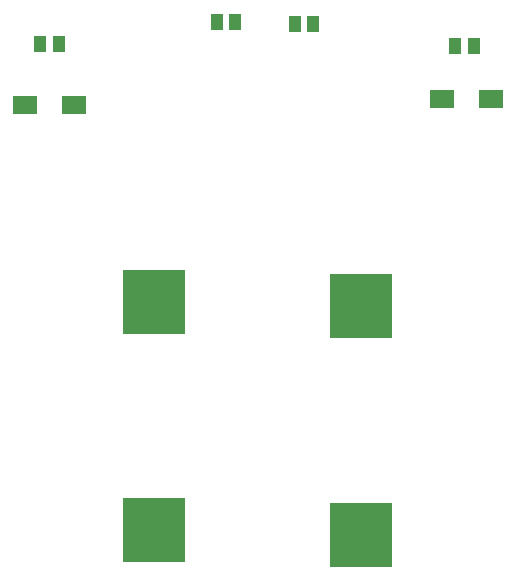
<source format=gbr>
%TF.GenerationSoftware,KiCad,Pcbnew,7.0.2-0*%
%TF.CreationDate,2024-01-04T17:04:27-05:00*%
%TF.ProjectId,AudioAmplifier,41756469-6f41-46d7-906c-69666965722e,rev?*%
%TF.SameCoordinates,Original*%
%TF.FileFunction,Paste,Top*%
%TF.FilePolarity,Positive*%
%FSLAX46Y46*%
G04 Gerber Fmt 4.6, Leading zero omitted, Abs format (unit mm)*
G04 Created by KiCad (PCBNEW 7.0.2-0) date 2024-01-04 17:04:27*
%MOMM*%
%LPD*%
G01*
G04 APERTURE LIST*
%ADD10R,5.308600X5.461000*%
%ADD11R,1.016000X1.397000*%
%ADD12R,2.100000X1.500000*%
G04 APERTURE END LIST*
D10*
%TO.C,R9*%
X145389600Y-109905800D03*
X145389600Y-129260600D03*
%TD*%
D11*
%TO.C,R1*%
X135788400Y-88036400D03*
X137337800Y-88036400D03*
%TD*%
%TO.C,R2*%
X170942000Y-88239600D03*
X172491400Y-88239600D03*
%TD*%
D10*
%TO.C,R11*%
X162966400Y-110286800D03*
X162966400Y-129641600D03*
%TD*%
D12*
%TO.C,BR1*%
X169773600Y-92760800D03*
X173973600Y-92760800D03*
%TD*%
%TO.C,BR2*%
X134467600Y-93218000D03*
X138667600Y-93218000D03*
%TD*%
D11*
%TO.C,R3*%
X150723600Y-86207600D03*
X152273000Y-86207600D03*
%TD*%
%TO.C,R4*%
X157327600Y-86360000D03*
X158877000Y-86360000D03*
%TD*%
M02*

</source>
